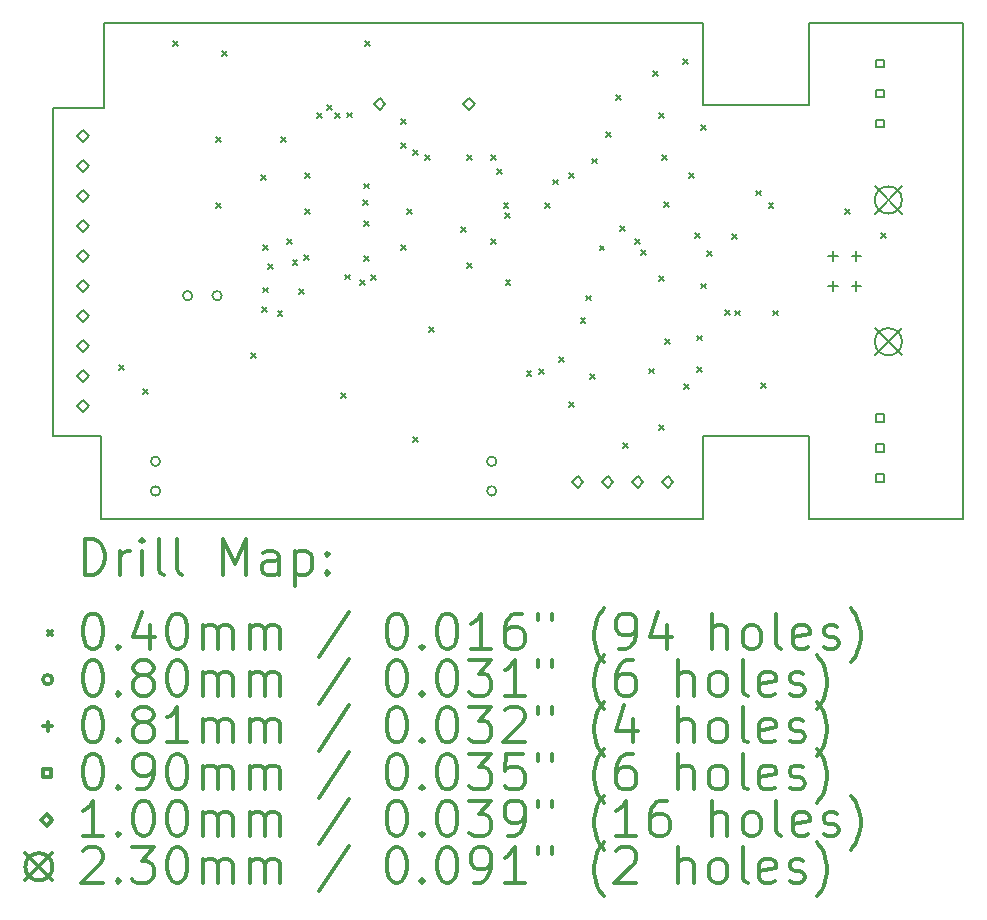
<source format=gbr>
%FSLAX45Y45*%
G04 Gerber Fmt 4.5, Leading zero omitted, Abs format (unit mm)*
G04 Created by KiCad (PCBNEW 4.0.7-e2-6376~58~ubuntu16.04.1) date Sat Oct 21 11:32:40 2017*
%MOMM*%
%LPD*%
G01*
G04 APERTURE LIST*
%ADD10C,0.127000*%
%ADD11C,0.150000*%
%ADD12C,0.200000*%
%ADD13C,0.300000*%
G04 APERTURE END LIST*
D10*
D11*
X17100000Y-8700000D02*
X17100000Y-8000000D01*
X16200000Y-8700000D02*
X17100000Y-8700000D01*
X16200000Y-8000000D02*
X16200000Y-8700000D01*
X17100000Y-11500000D02*
X17100000Y-12200000D01*
X16200000Y-11500000D02*
X17100000Y-11500000D01*
X16200000Y-12200000D02*
X16200000Y-11500000D01*
X11100000Y-11500000D02*
X11100000Y-12200000D01*
X10700000Y-11500000D02*
X11100000Y-11500000D01*
X11130000Y-8720000D02*
X10700000Y-8720000D01*
X11130000Y-8000000D02*
X11130000Y-8720000D01*
X17100000Y-8000000D02*
X18400000Y-8000000D01*
X16200000Y-12200000D02*
X11100000Y-12200000D01*
X10700000Y-11500000D02*
X10700000Y-8720000D01*
X18400000Y-12200000D02*
X17100000Y-12200000D01*
X18400000Y-8000000D02*
X18400000Y-12200000D01*
X11130000Y-8000000D02*
X16200000Y-8000000D01*
D12*
X11257600Y-10902000D02*
X11297600Y-10942000D01*
X11297600Y-10902000D02*
X11257600Y-10942000D01*
X11460800Y-11105200D02*
X11500800Y-11145200D01*
X11500800Y-11105200D02*
X11460800Y-11145200D01*
X11714800Y-8158800D02*
X11754800Y-8198800D01*
X11754800Y-8158800D02*
X11714800Y-8198800D01*
X12077100Y-8971600D02*
X12117100Y-9011600D01*
X12117100Y-8971600D02*
X12077100Y-9011600D01*
X12077100Y-9530400D02*
X12117100Y-9570400D01*
X12117100Y-9530400D02*
X12077100Y-9570400D01*
X12131290Y-8243845D02*
X12171290Y-8283845D01*
X12171290Y-8243845D02*
X12131290Y-8283845D01*
X12375200Y-10800400D02*
X12415200Y-10840400D01*
X12415200Y-10800400D02*
X12375200Y-10840400D01*
X12461541Y-9291659D02*
X12501541Y-9331659D01*
X12501541Y-9291659D02*
X12461541Y-9331659D01*
X12466526Y-10408550D02*
X12506526Y-10448550D01*
X12506526Y-10408550D02*
X12466526Y-10448550D01*
X12474567Y-10243833D02*
X12514567Y-10283833D01*
X12514567Y-10243833D02*
X12474567Y-10283833D01*
X12476800Y-9886000D02*
X12516800Y-9926000D01*
X12516800Y-9886000D02*
X12476800Y-9926000D01*
X12517386Y-10047883D02*
X12557386Y-10087883D01*
X12557386Y-10047883D02*
X12517386Y-10087883D01*
X12599019Y-10440851D02*
X12639019Y-10480851D01*
X12639019Y-10440851D02*
X12599019Y-10480851D01*
X12629200Y-8971600D02*
X12669200Y-9011600D01*
X12669200Y-8971600D02*
X12629200Y-9011600D01*
X12680000Y-9835200D02*
X12720000Y-9875200D01*
X12720000Y-9835200D02*
X12680000Y-9875200D01*
X12724974Y-10011652D02*
X12764974Y-10051652D01*
X12764974Y-10011652D02*
X12724974Y-10051652D01*
X12781600Y-10254005D02*
X12821600Y-10294005D01*
X12821600Y-10254005D02*
X12781600Y-10294005D01*
X12825882Y-9969701D02*
X12865882Y-10009701D01*
X12865882Y-9969701D02*
X12825882Y-10009701D01*
X12832400Y-9276400D02*
X12872400Y-9316400D01*
X12872400Y-9276400D02*
X12832400Y-9316400D01*
X12832400Y-9581200D02*
X12872400Y-9621200D01*
X12872400Y-9581200D02*
X12832400Y-9621200D01*
X12934000Y-8768400D02*
X12974000Y-8808400D01*
X12974000Y-8768400D02*
X12934000Y-8808400D01*
X13019225Y-8701225D02*
X13059225Y-8741225D01*
X13059225Y-8701225D02*
X13019225Y-8741225D01*
X13086400Y-8768400D02*
X13126400Y-8808400D01*
X13126400Y-8768400D02*
X13086400Y-8808400D01*
X13137200Y-11138600D02*
X13177200Y-11178600D01*
X13177200Y-11138600D02*
X13137200Y-11178600D01*
X13168742Y-10135159D02*
X13208742Y-10175159D01*
X13208742Y-10135159D02*
X13168742Y-10175159D01*
X13190540Y-8761288D02*
X13230540Y-8801288D01*
X13230540Y-8761288D02*
X13190540Y-8801288D01*
X13297650Y-10182750D02*
X13337650Y-10222750D01*
X13337650Y-10182750D02*
X13297650Y-10222750D01*
X13323920Y-9503110D02*
X13363920Y-9543110D01*
X13363920Y-9503110D02*
X13323920Y-9543110D01*
X13330000Y-9680000D02*
X13370000Y-9720000D01*
X13370000Y-9680000D02*
X13330000Y-9720000D01*
X13332493Y-9363594D02*
X13372493Y-9403594D01*
X13372493Y-9363594D02*
X13332493Y-9403594D01*
X13333451Y-9978286D02*
X13373451Y-10018286D01*
X13373451Y-9978286D02*
X13333451Y-10018286D01*
X13340400Y-8158800D02*
X13380400Y-8198800D01*
X13380400Y-8158800D02*
X13340400Y-8198800D01*
X13391200Y-10140000D02*
X13431200Y-10180000D01*
X13431200Y-10140000D02*
X13391200Y-10180000D01*
X13645200Y-8819200D02*
X13685200Y-8859200D01*
X13685200Y-8819200D02*
X13645200Y-8859200D01*
X13645200Y-9022400D02*
X13685200Y-9062400D01*
X13685200Y-9022400D02*
X13645200Y-9062400D01*
X13645200Y-9886100D02*
X13685200Y-9926100D01*
X13685200Y-9886100D02*
X13645200Y-9926100D01*
X13696000Y-9581100D02*
X13736000Y-9621100D01*
X13736000Y-9581100D02*
X13696000Y-9621100D01*
X13746800Y-9079900D02*
X13786800Y-9119900D01*
X13786800Y-9079900D02*
X13746800Y-9119900D01*
X13746800Y-11511600D02*
X13786800Y-11551600D01*
X13786800Y-11511600D02*
X13746800Y-11551600D01*
X13848400Y-9124000D02*
X13888400Y-9164000D01*
X13888400Y-9124000D02*
X13848400Y-9164000D01*
X13880000Y-10580000D02*
X13920000Y-10620000D01*
X13920000Y-10580000D02*
X13880000Y-10620000D01*
X14153200Y-9733600D02*
X14193200Y-9773600D01*
X14193200Y-9733600D02*
X14153200Y-9773600D01*
X14204000Y-9124000D02*
X14244000Y-9164000D01*
X14244000Y-9124000D02*
X14204000Y-9164000D01*
X14204000Y-10038400D02*
X14244000Y-10078400D01*
X14244000Y-10038400D02*
X14204000Y-10078400D01*
X14407200Y-9124000D02*
X14447200Y-9164000D01*
X14447200Y-9124000D02*
X14407200Y-9164000D01*
X14407200Y-9835200D02*
X14447200Y-9875200D01*
X14447200Y-9835200D02*
X14407200Y-9875200D01*
X14460532Y-9239210D02*
X14500532Y-9279210D01*
X14500532Y-9239210D02*
X14460532Y-9279210D01*
X14512708Y-9526492D02*
X14552708Y-9566492D01*
X14552708Y-9526492D02*
X14512708Y-9566492D01*
X14528152Y-9612648D02*
X14568152Y-9652648D01*
X14568152Y-9612648D02*
X14528152Y-9652648D01*
X14530000Y-10180000D02*
X14570000Y-10220000D01*
X14570000Y-10180000D02*
X14530000Y-10220000D01*
X14708278Y-10948700D02*
X14748278Y-10988700D01*
X14748278Y-10948700D02*
X14708278Y-10988700D01*
X14813904Y-10932449D02*
X14853904Y-10972449D01*
X14853904Y-10932449D02*
X14813904Y-10972449D01*
X14864400Y-9530400D02*
X14904400Y-9570400D01*
X14904400Y-9530400D02*
X14864400Y-9570400D01*
X14930000Y-9330000D02*
X14970000Y-9370000D01*
X14970000Y-9330000D02*
X14930000Y-9370000D01*
X14980000Y-10830000D02*
X15020000Y-10870000D01*
X15020000Y-10830000D02*
X14980000Y-10870000D01*
X15067600Y-9276400D02*
X15107600Y-9316400D01*
X15107600Y-9276400D02*
X15067600Y-9316400D01*
X15067600Y-11211000D02*
X15107600Y-11251000D01*
X15107600Y-11211000D02*
X15067600Y-11251000D01*
X15163493Y-10502835D02*
X15203493Y-10542835D01*
X15203493Y-10502835D02*
X15163493Y-10542835D01*
X15208486Y-10312837D02*
X15248486Y-10352837D01*
X15248486Y-10312837D02*
X15208486Y-10352837D01*
X15246024Y-10973823D02*
X15286024Y-11013823D01*
X15286024Y-10973823D02*
X15246024Y-11013823D01*
X15260077Y-9151011D02*
X15300077Y-9191011D01*
X15300077Y-9151011D02*
X15260077Y-9191011D01*
X15325084Y-9889580D02*
X15365084Y-9929580D01*
X15365084Y-9889580D02*
X15325084Y-9929580D01*
X15380000Y-8930000D02*
X15420000Y-8970000D01*
X15420000Y-8930000D02*
X15380000Y-8970000D01*
X15462500Y-8616000D02*
X15502500Y-8656000D01*
X15502500Y-8616000D02*
X15462500Y-8656000D01*
X15500724Y-9721232D02*
X15540724Y-9761232D01*
X15540724Y-9721232D02*
X15500724Y-9761232D01*
X15524800Y-11562400D02*
X15564800Y-11602400D01*
X15564800Y-11562400D02*
X15524800Y-11602400D01*
X15626400Y-9835200D02*
X15666400Y-9875200D01*
X15666400Y-9835200D02*
X15626400Y-9875200D01*
X15677200Y-9928625D02*
X15717200Y-9968625D01*
X15717200Y-9928625D02*
X15677200Y-9968625D01*
X15746338Y-10928926D02*
X15786338Y-10968926D01*
X15786338Y-10928926D02*
X15746338Y-10968926D01*
X15778800Y-8412800D02*
X15818800Y-8452800D01*
X15818800Y-8412800D02*
X15778800Y-8452800D01*
X15829600Y-8768400D02*
X15869600Y-8808400D01*
X15869600Y-8768400D02*
X15829600Y-8808400D01*
X15829600Y-10146700D02*
X15869600Y-10186700D01*
X15869600Y-10146700D02*
X15829600Y-10186700D01*
X15829600Y-11410000D02*
X15869600Y-11450000D01*
X15869600Y-11410000D02*
X15829600Y-11450000D01*
X15856000Y-9124000D02*
X15896000Y-9164000D01*
X15896000Y-9124000D02*
X15856000Y-9164000D01*
X15868677Y-9518677D02*
X15908677Y-9558677D01*
X15908677Y-9518677D02*
X15868677Y-9558677D01*
X15880000Y-10680000D02*
X15920000Y-10720000D01*
X15920000Y-10680000D02*
X15880000Y-10720000D01*
X16032800Y-8311200D02*
X16072800Y-8351200D01*
X16072800Y-8311200D02*
X16032800Y-8351200D01*
X16038809Y-11060409D02*
X16078809Y-11100409D01*
X16078809Y-11060409D02*
X16038809Y-11100409D01*
X16083600Y-9276400D02*
X16123600Y-9316400D01*
X16123600Y-9276400D02*
X16083600Y-9316400D01*
X16134400Y-9784400D02*
X16174400Y-9824400D01*
X16174400Y-9784400D02*
X16134400Y-9824400D01*
X16148781Y-10916150D02*
X16188781Y-10956150D01*
X16188781Y-10916150D02*
X16148781Y-10956150D01*
X16150559Y-10650146D02*
X16190559Y-10690146D01*
X16190559Y-10650146D02*
X16150559Y-10690146D01*
X16185200Y-8870000D02*
X16225200Y-8910000D01*
X16225200Y-8870000D02*
X16185200Y-8910000D01*
X16185200Y-10211081D02*
X16225200Y-10251081D01*
X16225200Y-10211081D02*
X16185200Y-10251081D01*
X16236000Y-9936800D02*
X16276000Y-9976800D01*
X16276000Y-9936800D02*
X16236000Y-9976800D01*
X16388264Y-10434787D02*
X16428264Y-10474787D01*
X16428264Y-10434787D02*
X16388264Y-10474787D01*
X16449305Y-9792837D02*
X16489305Y-9832837D01*
X16489305Y-9792837D02*
X16449305Y-9832837D01*
X16471875Y-10438100D02*
X16511875Y-10478100D01*
X16511875Y-10438100D02*
X16471875Y-10478100D01*
X16652882Y-9423337D02*
X16692882Y-9463337D01*
X16692882Y-9423337D02*
X16652882Y-9463337D01*
X16693200Y-11054400D02*
X16733200Y-11094400D01*
X16733200Y-11054400D02*
X16693200Y-11094400D01*
X16755844Y-9526300D02*
X16795845Y-9566300D01*
X16795845Y-9526300D02*
X16755844Y-9566300D01*
X16794800Y-10438100D02*
X16834800Y-10478100D01*
X16834800Y-10438100D02*
X16794800Y-10478100D01*
X17404400Y-9581200D02*
X17444400Y-9621200D01*
X17444400Y-9581200D02*
X17404400Y-9621200D01*
X17709200Y-9784400D02*
X17749200Y-9824400D01*
X17749200Y-9784400D02*
X17709200Y-9824400D01*
X11604800Y-11715200D02*
G75*
G03X11604800Y-11715200I-40000J0D01*
G01*
X11604800Y-11965200D02*
G75*
G03X11604800Y-11965200I-40000J0D01*
G01*
X11876400Y-10312400D02*
G75*
G03X11876400Y-10312400I-40000J0D01*
G01*
X12126400Y-10312400D02*
G75*
G03X12126400Y-10312400I-40000J0D01*
G01*
X14451200Y-11715200D02*
G75*
G03X14451200Y-11715200I-40000J0D01*
G01*
X14451200Y-11965200D02*
G75*
G03X14451200Y-11965200I-40000J0D01*
G01*
X17300000Y-9934500D02*
X17300000Y-10015500D01*
X17259500Y-9975000D02*
X17340500Y-9975000D01*
X17300000Y-10188500D02*
X17300000Y-10269500D01*
X17259500Y-10229000D02*
X17340500Y-10229000D01*
X17500000Y-9934500D02*
X17500000Y-10015500D01*
X17459500Y-9975000D02*
X17540500Y-9975000D01*
X17500000Y-10188500D02*
X17500000Y-10269500D01*
X17459500Y-10229000D02*
X17540500Y-10229000D01*
X17731820Y-8377820D02*
X17731820Y-8314180D01*
X17668180Y-8314180D01*
X17668180Y-8377820D01*
X17731820Y-8377820D01*
X17731820Y-8631820D02*
X17731820Y-8568180D01*
X17668180Y-8568180D01*
X17668180Y-8631820D01*
X17731820Y-8631820D01*
X17731820Y-8885820D02*
X17731820Y-8822180D01*
X17668180Y-8822180D01*
X17668180Y-8885820D01*
X17731820Y-8885820D01*
X17731820Y-11377820D02*
X17731820Y-11314180D01*
X17668180Y-11314180D01*
X17668180Y-11377820D01*
X17731820Y-11377820D01*
X17731820Y-11631820D02*
X17731820Y-11568180D01*
X17668180Y-11568180D01*
X17668180Y-11631820D01*
X17731820Y-11631820D01*
X17731820Y-11885820D02*
X17731820Y-11822180D01*
X17668180Y-11822180D01*
X17668180Y-11885820D01*
X17731820Y-11885820D01*
X10950000Y-9010000D02*
X11000000Y-8960000D01*
X10950000Y-8910000D01*
X10900000Y-8960000D01*
X10950000Y-9010000D01*
X10950000Y-9264000D02*
X11000000Y-9214000D01*
X10950000Y-9164000D01*
X10900000Y-9214000D01*
X10950000Y-9264000D01*
X10950000Y-9518000D02*
X11000000Y-9468000D01*
X10950000Y-9418000D01*
X10900000Y-9468000D01*
X10950000Y-9518000D01*
X10950000Y-9772000D02*
X11000000Y-9722000D01*
X10950000Y-9672000D01*
X10900000Y-9722000D01*
X10950000Y-9772000D01*
X10950000Y-10026000D02*
X11000000Y-9976000D01*
X10950000Y-9926000D01*
X10900000Y-9976000D01*
X10950000Y-10026000D01*
X10950000Y-10280000D02*
X11000000Y-10230000D01*
X10950000Y-10180000D01*
X10900000Y-10230000D01*
X10950000Y-10280000D01*
X10950000Y-10534000D02*
X11000000Y-10484000D01*
X10950000Y-10434000D01*
X10900000Y-10484000D01*
X10950000Y-10534000D01*
X10950000Y-10788000D02*
X11000000Y-10738000D01*
X10950000Y-10688000D01*
X10900000Y-10738000D01*
X10950000Y-10788000D01*
X10950000Y-11042000D02*
X11000000Y-10992000D01*
X10950000Y-10942000D01*
X10900000Y-10992000D01*
X10950000Y-11042000D01*
X10950000Y-11296000D02*
X11000000Y-11246000D01*
X10950000Y-11196000D01*
X10900000Y-11246000D01*
X10950000Y-11296000D01*
X13462000Y-8736800D02*
X13512000Y-8686800D01*
X13462000Y-8636800D01*
X13412000Y-8686800D01*
X13462000Y-8736800D01*
X14222000Y-8736800D02*
X14272000Y-8686800D01*
X14222000Y-8636800D01*
X14172000Y-8686800D01*
X14222000Y-8736800D01*
X15138400Y-11937200D02*
X15188400Y-11887200D01*
X15138400Y-11837200D01*
X15088400Y-11887200D01*
X15138400Y-11937200D01*
X15392400Y-11937200D02*
X15442400Y-11887200D01*
X15392400Y-11837200D01*
X15342400Y-11887200D01*
X15392400Y-11937200D01*
X15646400Y-11937200D02*
X15696400Y-11887200D01*
X15646400Y-11837200D01*
X15596400Y-11887200D01*
X15646400Y-11937200D01*
X15900400Y-11937200D02*
X15950400Y-11887200D01*
X15900400Y-11837200D01*
X15850400Y-11887200D01*
X15900400Y-11937200D01*
X17655000Y-9387000D02*
X17885000Y-9617000D01*
X17885000Y-9387000D02*
X17655000Y-9617000D01*
X17885000Y-9502000D02*
G75*
G03X17885000Y-9502000I-115000J0D01*
G01*
X17655000Y-10587000D02*
X17885000Y-10817000D01*
X17885000Y-10587000D02*
X17655000Y-10817000D01*
X17885000Y-10702000D02*
G75*
G03X17885000Y-10702000I-115000J0D01*
G01*
D13*
X10963929Y-12673214D02*
X10963929Y-12373214D01*
X11035357Y-12373214D01*
X11078214Y-12387500D01*
X11106786Y-12416071D01*
X11121071Y-12444643D01*
X11135357Y-12501786D01*
X11135357Y-12544643D01*
X11121071Y-12601786D01*
X11106786Y-12630357D01*
X11078214Y-12658929D01*
X11035357Y-12673214D01*
X10963929Y-12673214D01*
X11263928Y-12673214D02*
X11263928Y-12473214D01*
X11263928Y-12530357D02*
X11278214Y-12501786D01*
X11292500Y-12487500D01*
X11321071Y-12473214D01*
X11349643Y-12473214D01*
X11449643Y-12673214D02*
X11449643Y-12473214D01*
X11449643Y-12373214D02*
X11435357Y-12387500D01*
X11449643Y-12401786D01*
X11463928Y-12387500D01*
X11449643Y-12373214D01*
X11449643Y-12401786D01*
X11635357Y-12673214D02*
X11606786Y-12658929D01*
X11592500Y-12630357D01*
X11592500Y-12373214D01*
X11792500Y-12673214D02*
X11763928Y-12658929D01*
X11749643Y-12630357D01*
X11749643Y-12373214D01*
X12135357Y-12673214D02*
X12135357Y-12373214D01*
X12235357Y-12587500D01*
X12335357Y-12373214D01*
X12335357Y-12673214D01*
X12606786Y-12673214D02*
X12606786Y-12516071D01*
X12592500Y-12487500D01*
X12563928Y-12473214D01*
X12506786Y-12473214D01*
X12478214Y-12487500D01*
X12606786Y-12658929D02*
X12578214Y-12673214D01*
X12506786Y-12673214D01*
X12478214Y-12658929D01*
X12463928Y-12630357D01*
X12463928Y-12601786D01*
X12478214Y-12573214D01*
X12506786Y-12558929D01*
X12578214Y-12558929D01*
X12606786Y-12544643D01*
X12749643Y-12473214D02*
X12749643Y-12773214D01*
X12749643Y-12487500D02*
X12778214Y-12473214D01*
X12835357Y-12473214D01*
X12863928Y-12487500D01*
X12878214Y-12501786D01*
X12892500Y-12530357D01*
X12892500Y-12616071D01*
X12878214Y-12644643D01*
X12863928Y-12658929D01*
X12835357Y-12673214D01*
X12778214Y-12673214D01*
X12749643Y-12658929D01*
X13021071Y-12644643D02*
X13035357Y-12658929D01*
X13021071Y-12673214D01*
X13006786Y-12658929D01*
X13021071Y-12644643D01*
X13021071Y-12673214D01*
X13021071Y-12487500D02*
X13035357Y-12501786D01*
X13021071Y-12516071D01*
X13006786Y-12501786D01*
X13021071Y-12487500D01*
X13021071Y-12516071D01*
X10652500Y-13147500D02*
X10692500Y-13187500D01*
X10692500Y-13147500D02*
X10652500Y-13187500D01*
X11021071Y-13003214D02*
X11049643Y-13003214D01*
X11078214Y-13017500D01*
X11092500Y-13031786D01*
X11106786Y-13060357D01*
X11121071Y-13117500D01*
X11121071Y-13188929D01*
X11106786Y-13246071D01*
X11092500Y-13274643D01*
X11078214Y-13288929D01*
X11049643Y-13303214D01*
X11021071Y-13303214D01*
X10992500Y-13288929D01*
X10978214Y-13274643D01*
X10963929Y-13246071D01*
X10949643Y-13188929D01*
X10949643Y-13117500D01*
X10963929Y-13060357D01*
X10978214Y-13031786D01*
X10992500Y-13017500D01*
X11021071Y-13003214D01*
X11249643Y-13274643D02*
X11263928Y-13288929D01*
X11249643Y-13303214D01*
X11235357Y-13288929D01*
X11249643Y-13274643D01*
X11249643Y-13303214D01*
X11521071Y-13103214D02*
X11521071Y-13303214D01*
X11449643Y-12988929D02*
X11378214Y-13203214D01*
X11563928Y-13203214D01*
X11735357Y-13003214D02*
X11763928Y-13003214D01*
X11792500Y-13017500D01*
X11806786Y-13031786D01*
X11821071Y-13060357D01*
X11835357Y-13117500D01*
X11835357Y-13188929D01*
X11821071Y-13246071D01*
X11806786Y-13274643D01*
X11792500Y-13288929D01*
X11763928Y-13303214D01*
X11735357Y-13303214D01*
X11706786Y-13288929D01*
X11692500Y-13274643D01*
X11678214Y-13246071D01*
X11663928Y-13188929D01*
X11663928Y-13117500D01*
X11678214Y-13060357D01*
X11692500Y-13031786D01*
X11706786Y-13017500D01*
X11735357Y-13003214D01*
X11963928Y-13303214D02*
X11963928Y-13103214D01*
X11963928Y-13131786D02*
X11978214Y-13117500D01*
X12006786Y-13103214D01*
X12049643Y-13103214D01*
X12078214Y-13117500D01*
X12092500Y-13146071D01*
X12092500Y-13303214D01*
X12092500Y-13146071D02*
X12106786Y-13117500D01*
X12135357Y-13103214D01*
X12178214Y-13103214D01*
X12206786Y-13117500D01*
X12221071Y-13146071D01*
X12221071Y-13303214D01*
X12363928Y-13303214D02*
X12363928Y-13103214D01*
X12363928Y-13131786D02*
X12378214Y-13117500D01*
X12406786Y-13103214D01*
X12449643Y-13103214D01*
X12478214Y-13117500D01*
X12492500Y-13146071D01*
X12492500Y-13303214D01*
X12492500Y-13146071D02*
X12506786Y-13117500D01*
X12535357Y-13103214D01*
X12578214Y-13103214D01*
X12606786Y-13117500D01*
X12621071Y-13146071D01*
X12621071Y-13303214D01*
X13206786Y-12988929D02*
X12949643Y-13374643D01*
X13592500Y-13003214D02*
X13621071Y-13003214D01*
X13649643Y-13017500D01*
X13663928Y-13031786D01*
X13678214Y-13060357D01*
X13692500Y-13117500D01*
X13692500Y-13188929D01*
X13678214Y-13246071D01*
X13663928Y-13274643D01*
X13649643Y-13288929D01*
X13621071Y-13303214D01*
X13592500Y-13303214D01*
X13563928Y-13288929D01*
X13549643Y-13274643D01*
X13535357Y-13246071D01*
X13521071Y-13188929D01*
X13521071Y-13117500D01*
X13535357Y-13060357D01*
X13549643Y-13031786D01*
X13563928Y-13017500D01*
X13592500Y-13003214D01*
X13821071Y-13274643D02*
X13835357Y-13288929D01*
X13821071Y-13303214D01*
X13806786Y-13288929D01*
X13821071Y-13274643D01*
X13821071Y-13303214D01*
X14021071Y-13003214D02*
X14049643Y-13003214D01*
X14078214Y-13017500D01*
X14092500Y-13031786D01*
X14106785Y-13060357D01*
X14121071Y-13117500D01*
X14121071Y-13188929D01*
X14106785Y-13246071D01*
X14092500Y-13274643D01*
X14078214Y-13288929D01*
X14049643Y-13303214D01*
X14021071Y-13303214D01*
X13992500Y-13288929D01*
X13978214Y-13274643D01*
X13963928Y-13246071D01*
X13949643Y-13188929D01*
X13949643Y-13117500D01*
X13963928Y-13060357D01*
X13978214Y-13031786D01*
X13992500Y-13017500D01*
X14021071Y-13003214D01*
X14406785Y-13303214D02*
X14235357Y-13303214D01*
X14321071Y-13303214D02*
X14321071Y-13003214D01*
X14292500Y-13046071D01*
X14263928Y-13074643D01*
X14235357Y-13088929D01*
X14663928Y-13003214D02*
X14606785Y-13003214D01*
X14578214Y-13017500D01*
X14563928Y-13031786D01*
X14535357Y-13074643D01*
X14521071Y-13131786D01*
X14521071Y-13246071D01*
X14535357Y-13274643D01*
X14549643Y-13288929D01*
X14578214Y-13303214D01*
X14635357Y-13303214D01*
X14663928Y-13288929D01*
X14678214Y-13274643D01*
X14692500Y-13246071D01*
X14692500Y-13174643D01*
X14678214Y-13146071D01*
X14663928Y-13131786D01*
X14635357Y-13117500D01*
X14578214Y-13117500D01*
X14549643Y-13131786D01*
X14535357Y-13146071D01*
X14521071Y-13174643D01*
X14806786Y-13003214D02*
X14806786Y-13060357D01*
X14921071Y-13003214D02*
X14921071Y-13060357D01*
X15363928Y-13417500D02*
X15349643Y-13403214D01*
X15321071Y-13360357D01*
X15306785Y-13331786D01*
X15292500Y-13288929D01*
X15278214Y-13217500D01*
X15278214Y-13160357D01*
X15292500Y-13088929D01*
X15306785Y-13046071D01*
X15321071Y-13017500D01*
X15349643Y-12974643D01*
X15363928Y-12960357D01*
X15492500Y-13303214D02*
X15549643Y-13303214D01*
X15578214Y-13288929D01*
X15592500Y-13274643D01*
X15621071Y-13231786D01*
X15635357Y-13174643D01*
X15635357Y-13060357D01*
X15621071Y-13031786D01*
X15606785Y-13017500D01*
X15578214Y-13003214D01*
X15521071Y-13003214D01*
X15492500Y-13017500D01*
X15478214Y-13031786D01*
X15463928Y-13060357D01*
X15463928Y-13131786D01*
X15478214Y-13160357D01*
X15492500Y-13174643D01*
X15521071Y-13188929D01*
X15578214Y-13188929D01*
X15606785Y-13174643D01*
X15621071Y-13160357D01*
X15635357Y-13131786D01*
X15892500Y-13103214D02*
X15892500Y-13303214D01*
X15821071Y-12988929D02*
X15749643Y-13203214D01*
X15935357Y-13203214D01*
X16278214Y-13303214D02*
X16278214Y-13003214D01*
X16406785Y-13303214D02*
X16406785Y-13146071D01*
X16392500Y-13117500D01*
X16363928Y-13103214D01*
X16321071Y-13103214D01*
X16292500Y-13117500D01*
X16278214Y-13131786D01*
X16592500Y-13303214D02*
X16563928Y-13288929D01*
X16549643Y-13274643D01*
X16535357Y-13246071D01*
X16535357Y-13160357D01*
X16549643Y-13131786D01*
X16563928Y-13117500D01*
X16592500Y-13103214D01*
X16635357Y-13103214D01*
X16663928Y-13117500D01*
X16678214Y-13131786D01*
X16692500Y-13160357D01*
X16692500Y-13246071D01*
X16678214Y-13274643D01*
X16663928Y-13288929D01*
X16635357Y-13303214D01*
X16592500Y-13303214D01*
X16863928Y-13303214D02*
X16835357Y-13288929D01*
X16821071Y-13260357D01*
X16821071Y-13003214D01*
X17092500Y-13288929D02*
X17063929Y-13303214D01*
X17006786Y-13303214D01*
X16978214Y-13288929D01*
X16963929Y-13260357D01*
X16963929Y-13146071D01*
X16978214Y-13117500D01*
X17006786Y-13103214D01*
X17063929Y-13103214D01*
X17092500Y-13117500D01*
X17106786Y-13146071D01*
X17106786Y-13174643D01*
X16963929Y-13203214D01*
X17221071Y-13288929D02*
X17249643Y-13303214D01*
X17306786Y-13303214D01*
X17335357Y-13288929D01*
X17349643Y-13260357D01*
X17349643Y-13246071D01*
X17335357Y-13217500D01*
X17306786Y-13203214D01*
X17263929Y-13203214D01*
X17235357Y-13188929D01*
X17221071Y-13160357D01*
X17221071Y-13146071D01*
X17235357Y-13117500D01*
X17263929Y-13103214D01*
X17306786Y-13103214D01*
X17335357Y-13117500D01*
X17449643Y-13417500D02*
X17463929Y-13403214D01*
X17492500Y-13360357D01*
X17506786Y-13331786D01*
X17521071Y-13288929D01*
X17535357Y-13217500D01*
X17535357Y-13160357D01*
X17521071Y-13088929D01*
X17506786Y-13046071D01*
X17492500Y-13017500D01*
X17463929Y-12974643D01*
X17449643Y-12960357D01*
X10692500Y-13563500D02*
G75*
G03X10692500Y-13563500I-40000J0D01*
G01*
X11021071Y-13399214D02*
X11049643Y-13399214D01*
X11078214Y-13413500D01*
X11092500Y-13427786D01*
X11106786Y-13456357D01*
X11121071Y-13513500D01*
X11121071Y-13584929D01*
X11106786Y-13642071D01*
X11092500Y-13670643D01*
X11078214Y-13684929D01*
X11049643Y-13699214D01*
X11021071Y-13699214D01*
X10992500Y-13684929D01*
X10978214Y-13670643D01*
X10963929Y-13642071D01*
X10949643Y-13584929D01*
X10949643Y-13513500D01*
X10963929Y-13456357D01*
X10978214Y-13427786D01*
X10992500Y-13413500D01*
X11021071Y-13399214D01*
X11249643Y-13670643D02*
X11263928Y-13684929D01*
X11249643Y-13699214D01*
X11235357Y-13684929D01*
X11249643Y-13670643D01*
X11249643Y-13699214D01*
X11435357Y-13527786D02*
X11406786Y-13513500D01*
X11392500Y-13499214D01*
X11378214Y-13470643D01*
X11378214Y-13456357D01*
X11392500Y-13427786D01*
X11406786Y-13413500D01*
X11435357Y-13399214D01*
X11492500Y-13399214D01*
X11521071Y-13413500D01*
X11535357Y-13427786D01*
X11549643Y-13456357D01*
X11549643Y-13470643D01*
X11535357Y-13499214D01*
X11521071Y-13513500D01*
X11492500Y-13527786D01*
X11435357Y-13527786D01*
X11406786Y-13542071D01*
X11392500Y-13556357D01*
X11378214Y-13584929D01*
X11378214Y-13642071D01*
X11392500Y-13670643D01*
X11406786Y-13684929D01*
X11435357Y-13699214D01*
X11492500Y-13699214D01*
X11521071Y-13684929D01*
X11535357Y-13670643D01*
X11549643Y-13642071D01*
X11549643Y-13584929D01*
X11535357Y-13556357D01*
X11521071Y-13542071D01*
X11492500Y-13527786D01*
X11735357Y-13399214D02*
X11763928Y-13399214D01*
X11792500Y-13413500D01*
X11806786Y-13427786D01*
X11821071Y-13456357D01*
X11835357Y-13513500D01*
X11835357Y-13584929D01*
X11821071Y-13642071D01*
X11806786Y-13670643D01*
X11792500Y-13684929D01*
X11763928Y-13699214D01*
X11735357Y-13699214D01*
X11706786Y-13684929D01*
X11692500Y-13670643D01*
X11678214Y-13642071D01*
X11663928Y-13584929D01*
X11663928Y-13513500D01*
X11678214Y-13456357D01*
X11692500Y-13427786D01*
X11706786Y-13413500D01*
X11735357Y-13399214D01*
X11963928Y-13699214D02*
X11963928Y-13499214D01*
X11963928Y-13527786D02*
X11978214Y-13513500D01*
X12006786Y-13499214D01*
X12049643Y-13499214D01*
X12078214Y-13513500D01*
X12092500Y-13542071D01*
X12092500Y-13699214D01*
X12092500Y-13542071D02*
X12106786Y-13513500D01*
X12135357Y-13499214D01*
X12178214Y-13499214D01*
X12206786Y-13513500D01*
X12221071Y-13542071D01*
X12221071Y-13699214D01*
X12363928Y-13699214D02*
X12363928Y-13499214D01*
X12363928Y-13527786D02*
X12378214Y-13513500D01*
X12406786Y-13499214D01*
X12449643Y-13499214D01*
X12478214Y-13513500D01*
X12492500Y-13542071D01*
X12492500Y-13699214D01*
X12492500Y-13542071D02*
X12506786Y-13513500D01*
X12535357Y-13499214D01*
X12578214Y-13499214D01*
X12606786Y-13513500D01*
X12621071Y-13542071D01*
X12621071Y-13699214D01*
X13206786Y-13384929D02*
X12949643Y-13770643D01*
X13592500Y-13399214D02*
X13621071Y-13399214D01*
X13649643Y-13413500D01*
X13663928Y-13427786D01*
X13678214Y-13456357D01*
X13692500Y-13513500D01*
X13692500Y-13584929D01*
X13678214Y-13642071D01*
X13663928Y-13670643D01*
X13649643Y-13684929D01*
X13621071Y-13699214D01*
X13592500Y-13699214D01*
X13563928Y-13684929D01*
X13549643Y-13670643D01*
X13535357Y-13642071D01*
X13521071Y-13584929D01*
X13521071Y-13513500D01*
X13535357Y-13456357D01*
X13549643Y-13427786D01*
X13563928Y-13413500D01*
X13592500Y-13399214D01*
X13821071Y-13670643D02*
X13835357Y-13684929D01*
X13821071Y-13699214D01*
X13806786Y-13684929D01*
X13821071Y-13670643D01*
X13821071Y-13699214D01*
X14021071Y-13399214D02*
X14049643Y-13399214D01*
X14078214Y-13413500D01*
X14092500Y-13427786D01*
X14106785Y-13456357D01*
X14121071Y-13513500D01*
X14121071Y-13584929D01*
X14106785Y-13642071D01*
X14092500Y-13670643D01*
X14078214Y-13684929D01*
X14049643Y-13699214D01*
X14021071Y-13699214D01*
X13992500Y-13684929D01*
X13978214Y-13670643D01*
X13963928Y-13642071D01*
X13949643Y-13584929D01*
X13949643Y-13513500D01*
X13963928Y-13456357D01*
X13978214Y-13427786D01*
X13992500Y-13413500D01*
X14021071Y-13399214D01*
X14221071Y-13399214D02*
X14406785Y-13399214D01*
X14306785Y-13513500D01*
X14349643Y-13513500D01*
X14378214Y-13527786D01*
X14392500Y-13542071D01*
X14406785Y-13570643D01*
X14406785Y-13642071D01*
X14392500Y-13670643D01*
X14378214Y-13684929D01*
X14349643Y-13699214D01*
X14263928Y-13699214D01*
X14235357Y-13684929D01*
X14221071Y-13670643D01*
X14692500Y-13699214D02*
X14521071Y-13699214D01*
X14606785Y-13699214D02*
X14606785Y-13399214D01*
X14578214Y-13442071D01*
X14549643Y-13470643D01*
X14521071Y-13484929D01*
X14806786Y-13399214D02*
X14806786Y-13456357D01*
X14921071Y-13399214D02*
X14921071Y-13456357D01*
X15363928Y-13813500D02*
X15349643Y-13799214D01*
X15321071Y-13756357D01*
X15306785Y-13727786D01*
X15292500Y-13684929D01*
X15278214Y-13613500D01*
X15278214Y-13556357D01*
X15292500Y-13484929D01*
X15306785Y-13442071D01*
X15321071Y-13413500D01*
X15349643Y-13370643D01*
X15363928Y-13356357D01*
X15606785Y-13399214D02*
X15549643Y-13399214D01*
X15521071Y-13413500D01*
X15506785Y-13427786D01*
X15478214Y-13470643D01*
X15463928Y-13527786D01*
X15463928Y-13642071D01*
X15478214Y-13670643D01*
X15492500Y-13684929D01*
X15521071Y-13699214D01*
X15578214Y-13699214D01*
X15606785Y-13684929D01*
X15621071Y-13670643D01*
X15635357Y-13642071D01*
X15635357Y-13570643D01*
X15621071Y-13542071D01*
X15606785Y-13527786D01*
X15578214Y-13513500D01*
X15521071Y-13513500D01*
X15492500Y-13527786D01*
X15478214Y-13542071D01*
X15463928Y-13570643D01*
X15992500Y-13699214D02*
X15992500Y-13399214D01*
X16121071Y-13699214D02*
X16121071Y-13542071D01*
X16106785Y-13513500D01*
X16078214Y-13499214D01*
X16035357Y-13499214D01*
X16006785Y-13513500D01*
X15992500Y-13527786D01*
X16306785Y-13699214D02*
X16278214Y-13684929D01*
X16263928Y-13670643D01*
X16249643Y-13642071D01*
X16249643Y-13556357D01*
X16263928Y-13527786D01*
X16278214Y-13513500D01*
X16306785Y-13499214D01*
X16349643Y-13499214D01*
X16378214Y-13513500D01*
X16392500Y-13527786D01*
X16406785Y-13556357D01*
X16406785Y-13642071D01*
X16392500Y-13670643D01*
X16378214Y-13684929D01*
X16349643Y-13699214D01*
X16306785Y-13699214D01*
X16578214Y-13699214D02*
X16549643Y-13684929D01*
X16535357Y-13656357D01*
X16535357Y-13399214D01*
X16806786Y-13684929D02*
X16778214Y-13699214D01*
X16721071Y-13699214D01*
X16692500Y-13684929D01*
X16678214Y-13656357D01*
X16678214Y-13542071D01*
X16692500Y-13513500D01*
X16721071Y-13499214D01*
X16778214Y-13499214D01*
X16806786Y-13513500D01*
X16821071Y-13542071D01*
X16821071Y-13570643D01*
X16678214Y-13599214D01*
X16935357Y-13684929D02*
X16963929Y-13699214D01*
X17021071Y-13699214D01*
X17049643Y-13684929D01*
X17063929Y-13656357D01*
X17063929Y-13642071D01*
X17049643Y-13613500D01*
X17021071Y-13599214D01*
X16978214Y-13599214D01*
X16949643Y-13584929D01*
X16935357Y-13556357D01*
X16935357Y-13542071D01*
X16949643Y-13513500D01*
X16978214Y-13499214D01*
X17021071Y-13499214D01*
X17049643Y-13513500D01*
X17163928Y-13813500D02*
X17178214Y-13799214D01*
X17206786Y-13756357D01*
X17221071Y-13727786D01*
X17235357Y-13684929D01*
X17249643Y-13613500D01*
X17249643Y-13556357D01*
X17235357Y-13484929D01*
X17221071Y-13442071D01*
X17206786Y-13413500D01*
X17178214Y-13370643D01*
X17163928Y-13356357D01*
X10652000Y-13919000D02*
X10652000Y-14000000D01*
X10611500Y-13959500D02*
X10692500Y-13959500D01*
X11021071Y-13795214D02*
X11049643Y-13795214D01*
X11078214Y-13809500D01*
X11092500Y-13823786D01*
X11106786Y-13852357D01*
X11121071Y-13909500D01*
X11121071Y-13980929D01*
X11106786Y-14038071D01*
X11092500Y-14066643D01*
X11078214Y-14080929D01*
X11049643Y-14095214D01*
X11021071Y-14095214D01*
X10992500Y-14080929D01*
X10978214Y-14066643D01*
X10963929Y-14038071D01*
X10949643Y-13980929D01*
X10949643Y-13909500D01*
X10963929Y-13852357D01*
X10978214Y-13823786D01*
X10992500Y-13809500D01*
X11021071Y-13795214D01*
X11249643Y-14066643D02*
X11263928Y-14080929D01*
X11249643Y-14095214D01*
X11235357Y-14080929D01*
X11249643Y-14066643D01*
X11249643Y-14095214D01*
X11435357Y-13923786D02*
X11406786Y-13909500D01*
X11392500Y-13895214D01*
X11378214Y-13866643D01*
X11378214Y-13852357D01*
X11392500Y-13823786D01*
X11406786Y-13809500D01*
X11435357Y-13795214D01*
X11492500Y-13795214D01*
X11521071Y-13809500D01*
X11535357Y-13823786D01*
X11549643Y-13852357D01*
X11549643Y-13866643D01*
X11535357Y-13895214D01*
X11521071Y-13909500D01*
X11492500Y-13923786D01*
X11435357Y-13923786D01*
X11406786Y-13938071D01*
X11392500Y-13952357D01*
X11378214Y-13980929D01*
X11378214Y-14038071D01*
X11392500Y-14066643D01*
X11406786Y-14080929D01*
X11435357Y-14095214D01*
X11492500Y-14095214D01*
X11521071Y-14080929D01*
X11535357Y-14066643D01*
X11549643Y-14038071D01*
X11549643Y-13980929D01*
X11535357Y-13952357D01*
X11521071Y-13938071D01*
X11492500Y-13923786D01*
X11835357Y-14095214D02*
X11663928Y-14095214D01*
X11749643Y-14095214D02*
X11749643Y-13795214D01*
X11721071Y-13838071D01*
X11692500Y-13866643D01*
X11663928Y-13880929D01*
X11963928Y-14095214D02*
X11963928Y-13895214D01*
X11963928Y-13923786D02*
X11978214Y-13909500D01*
X12006786Y-13895214D01*
X12049643Y-13895214D01*
X12078214Y-13909500D01*
X12092500Y-13938071D01*
X12092500Y-14095214D01*
X12092500Y-13938071D02*
X12106786Y-13909500D01*
X12135357Y-13895214D01*
X12178214Y-13895214D01*
X12206786Y-13909500D01*
X12221071Y-13938071D01*
X12221071Y-14095214D01*
X12363928Y-14095214D02*
X12363928Y-13895214D01*
X12363928Y-13923786D02*
X12378214Y-13909500D01*
X12406786Y-13895214D01*
X12449643Y-13895214D01*
X12478214Y-13909500D01*
X12492500Y-13938071D01*
X12492500Y-14095214D01*
X12492500Y-13938071D02*
X12506786Y-13909500D01*
X12535357Y-13895214D01*
X12578214Y-13895214D01*
X12606786Y-13909500D01*
X12621071Y-13938071D01*
X12621071Y-14095214D01*
X13206786Y-13780929D02*
X12949643Y-14166643D01*
X13592500Y-13795214D02*
X13621071Y-13795214D01*
X13649643Y-13809500D01*
X13663928Y-13823786D01*
X13678214Y-13852357D01*
X13692500Y-13909500D01*
X13692500Y-13980929D01*
X13678214Y-14038071D01*
X13663928Y-14066643D01*
X13649643Y-14080929D01*
X13621071Y-14095214D01*
X13592500Y-14095214D01*
X13563928Y-14080929D01*
X13549643Y-14066643D01*
X13535357Y-14038071D01*
X13521071Y-13980929D01*
X13521071Y-13909500D01*
X13535357Y-13852357D01*
X13549643Y-13823786D01*
X13563928Y-13809500D01*
X13592500Y-13795214D01*
X13821071Y-14066643D02*
X13835357Y-14080929D01*
X13821071Y-14095214D01*
X13806786Y-14080929D01*
X13821071Y-14066643D01*
X13821071Y-14095214D01*
X14021071Y-13795214D02*
X14049643Y-13795214D01*
X14078214Y-13809500D01*
X14092500Y-13823786D01*
X14106785Y-13852357D01*
X14121071Y-13909500D01*
X14121071Y-13980929D01*
X14106785Y-14038071D01*
X14092500Y-14066643D01*
X14078214Y-14080929D01*
X14049643Y-14095214D01*
X14021071Y-14095214D01*
X13992500Y-14080929D01*
X13978214Y-14066643D01*
X13963928Y-14038071D01*
X13949643Y-13980929D01*
X13949643Y-13909500D01*
X13963928Y-13852357D01*
X13978214Y-13823786D01*
X13992500Y-13809500D01*
X14021071Y-13795214D01*
X14221071Y-13795214D02*
X14406785Y-13795214D01*
X14306785Y-13909500D01*
X14349643Y-13909500D01*
X14378214Y-13923786D01*
X14392500Y-13938071D01*
X14406785Y-13966643D01*
X14406785Y-14038071D01*
X14392500Y-14066643D01*
X14378214Y-14080929D01*
X14349643Y-14095214D01*
X14263928Y-14095214D01*
X14235357Y-14080929D01*
X14221071Y-14066643D01*
X14521071Y-13823786D02*
X14535357Y-13809500D01*
X14563928Y-13795214D01*
X14635357Y-13795214D01*
X14663928Y-13809500D01*
X14678214Y-13823786D01*
X14692500Y-13852357D01*
X14692500Y-13880929D01*
X14678214Y-13923786D01*
X14506785Y-14095214D01*
X14692500Y-14095214D01*
X14806786Y-13795214D02*
X14806786Y-13852357D01*
X14921071Y-13795214D02*
X14921071Y-13852357D01*
X15363928Y-14209500D02*
X15349643Y-14195214D01*
X15321071Y-14152357D01*
X15306785Y-14123786D01*
X15292500Y-14080929D01*
X15278214Y-14009500D01*
X15278214Y-13952357D01*
X15292500Y-13880929D01*
X15306785Y-13838071D01*
X15321071Y-13809500D01*
X15349643Y-13766643D01*
X15363928Y-13752357D01*
X15606785Y-13895214D02*
X15606785Y-14095214D01*
X15535357Y-13780929D02*
X15463928Y-13995214D01*
X15649643Y-13995214D01*
X15992500Y-14095214D02*
X15992500Y-13795214D01*
X16121071Y-14095214D02*
X16121071Y-13938071D01*
X16106785Y-13909500D01*
X16078214Y-13895214D01*
X16035357Y-13895214D01*
X16006785Y-13909500D01*
X15992500Y-13923786D01*
X16306785Y-14095214D02*
X16278214Y-14080929D01*
X16263928Y-14066643D01*
X16249643Y-14038071D01*
X16249643Y-13952357D01*
X16263928Y-13923786D01*
X16278214Y-13909500D01*
X16306785Y-13895214D01*
X16349643Y-13895214D01*
X16378214Y-13909500D01*
X16392500Y-13923786D01*
X16406785Y-13952357D01*
X16406785Y-14038071D01*
X16392500Y-14066643D01*
X16378214Y-14080929D01*
X16349643Y-14095214D01*
X16306785Y-14095214D01*
X16578214Y-14095214D02*
X16549643Y-14080929D01*
X16535357Y-14052357D01*
X16535357Y-13795214D01*
X16806786Y-14080929D02*
X16778214Y-14095214D01*
X16721071Y-14095214D01*
X16692500Y-14080929D01*
X16678214Y-14052357D01*
X16678214Y-13938071D01*
X16692500Y-13909500D01*
X16721071Y-13895214D01*
X16778214Y-13895214D01*
X16806786Y-13909500D01*
X16821071Y-13938071D01*
X16821071Y-13966643D01*
X16678214Y-13995214D01*
X16935357Y-14080929D02*
X16963929Y-14095214D01*
X17021071Y-14095214D01*
X17049643Y-14080929D01*
X17063929Y-14052357D01*
X17063929Y-14038071D01*
X17049643Y-14009500D01*
X17021071Y-13995214D01*
X16978214Y-13995214D01*
X16949643Y-13980929D01*
X16935357Y-13952357D01*
X16935357Y-13938071D01*
X16949643Y-13909500D01*
X16978214Y-13895214D01*
X17021071Y-13895214D01*
X17049643Y-13909500D01*
X17163928Y-14209500D02*
X17178214Y-14195214D01*
X17206786Y-14152357D01*
X17221071Y-14123786D01*
X17235357Y-14080929D01*
X17249643Y-14009500D01*
X17249643Y-13952357D01*
X17235357Y-13880929D01*
X17221071Y-13838071D01*
X17206786Y-13809500D01*
X17178214Y-13766643D01*
X17163928Y-13752357D01*
X10679320Y-14387320D02*
X10679320Y-14323680D01*
X10615680Y-14323680D01*
X10615680Y-14387320D01*
X10679320Y-14387320D01*
X11021071Y-14191214D02*
X11049643Y-14191214D01*
X11078214Y-14205500D01*
X11092500Y-14219786D01*
X11106786Y-14248357D01*
X11121071Y-14305500D01*
X11121071Y-14376929D01*
X11106786Y-14434071D01*
X11092500Y-14462643D01*
X11078214Y-14476929D01*
X11049643Y-14491214D01*
X11021071Y-14491214D01*
X10992500Y-14476929D01*
X10978214Y-14462643D01*
X10963929Y-14434071D01*
X10949643Y-14376929D01*
X10949643Y-14305500D01*
X10963929Y-14248357D01*
X10978214Y-14219786D01*
X10992500Y-14205500D01*
X11021071Y-14191214D01*
X11249643Y-14462643D02*
X11263928Y-14476929D01*
X11249643Y-14491214D01*
X11235357Y-14476929D01*
X11249643Y-14462643D01*
X11249643Y-14491214D01*
X11406786Y-14491214D02*
X11463928Y-14491214D01*
X11492500Y-14476929D01*
X11506786Y-14462643D01*
X11535357Y-14419786D01*
X11549643Y-14362643D01*
X11549643Y-14248357D01*
X11535357Y-14219786D01*
X11521071Y-14205500D01*
X11492500Y-14191214D01*
X11435357Y-14191214D01*
X11406786Y-14205500D01*
X11392500Y-14219786D01*
X11378214Y-14248357D01*
X11378214Y-14319786D01*
X11392500Y-14348357D01*
X11406786Y-14362643D01*
X11435357Y-14376929D01*
X11492500Y-14376929D01*
X11521071Y-14362643D01*
X11535357Y-14348357D01*
X11549643Y-14319786D01*
X11735357Y-14191214D02*
X11763928Y-14191214D01*
X11792500Y-14205500D01*
X11806786Y-14219786D01*
X11821071Y-14248357D01*
X11835357Y-14305500D01*
X11835357Y-14376929D01*
X11821071Y-14434071D01*
X11806786Y-14462643D01*
X11792500Y-14476929D01*
X11763928Y-14491214D01*
X11735357Y-14491214D01*
X11706786Y-14476929D01*
X11692500Y-14462643D01*
X11678214Y-14434071D01*
X11663928Y-14376929D01*
X11663928Y-14305500D01*
X11678214Y-14248357D01*
X11692500Y-14219786D01*
X11706786Y-14205500D01*
X11735357Y-14191214D01*
X11963928Y-14491214D02*
X11963928Y-14291214D01*
X11963928Y-14319786D02*
X11978214Y-14305500D01*
X12006786Y-14291214D01*
X12049643Y-14291214D01*
X12078214Y-14305500D01*
X12092500Y-14334071D01*
X12092500Y-14491214D01*
X12092500Y-14334071D02*
X12106786Y-14305500D01*
X12135357Y-14291214D01*
X12178214Y-14291214D01*
X12206786Y-14305500D01*
X12221071Y-14334071D01*
X12221071Y-14491214D01*
X12363928Y-14491214D02*
X12363928Y-14291214D01*
X12363928Y-14319786D02*
X12378214Y-14305500D01*
X12406786Y-14291214D01*
X12449643Y-14291214D01*
X12478214Y-14305500D01*
X12492500Y-14334071D01*
X12492500Y-14491214D01*
X12492500Y-14334071D02*
X12506786Y-14305500D01*
X12535357Y-14291214D01*
X12578214Y-14291214D01*
X12606786Y-14305500D01*
X12621071Y-14334071D01*
X12621071Y-14491214D01*
X13206786Y-14176929D02*
X12949643Y-14562643D01*
X13592500Y-14191214D02*
X13621071Y-14191214D01*
X13649643Y-14205500D01*
X13663928Y-14219786D01*
X13678214Y-14248357D01*
X13692500Y-14305500D01*
X13692500Y-14376929D01*
X13678214Y-14434071D01*
X13663928Y-14462643D01*
X13649643Y-14476929D01*
X13621071Y-14491214D01*
X13592500Y-14491214D01*
X13563928Y-14476929D01*
X13549643Y-14462643D01*
X13535357Y-14434071D01*
X13521071Y-14376929D01*
X13521071Y-14305500D01*
X13535357Y-14248357D01*
X13549643Y-14219786D01*
X13563928Y-14205500D01*
X13592500Y-14191214D01*
X13821071Y-14462643D02*
X13835357Y-14476929D01*
X13821071Y-14491214D01*
X13806786Y-14476929D01*
X13821071Y-14462643D01*
X13821071Y-14491214D01*
X14021071Y-14191214D02*
X14049643Y-14191214D01*
X14078214Y-14205500D01*
X14092500Y-14219786D01*
X14106785Y-14248357D01*
X14121071Y-14305500D01*
X14121071Y-14376929D01*
X14106785Y-14434071D01*
X14092500Y-14462643D01*
X14078214Y-14476929D01*
X14049643Y-14491214D01*
X14021071Y-14491214D01*
X13992500Y-14476929D01*
X13978214Y-14462643D01*
X13963928Y-14434071D01*
X13949643Y-14376929D01*
X13949643Y-14305500D01*
X13963928Y-14248357D01*
X13978214Y-14219786D01*
X13992500Y-14205500D01*
X14021071Y-14191214D01*
X14221071Y-14191214D02*
X14406785Y-14191214D01*
X14306785Y-14305500D01*
X14349643Y-14305500D01*
X14378214Y-14319786D01*
X14392500Y-14334071D01*
X14406785Y-14362643D01*
X14406785Y-14434071D01*
X14392500Y-14462643D01*
X14378214Y-14476929D01*
X14349643Y-14491214D01*
X14263928Y-14491214D01*
X14235357Y-14476929D01*
X14221071Y-14462643D01*
X14678214Y-14191214D02*
X14535357Y-14191214D01*
X14521071Y-14334071D01*
X14535357Y-14319786D01*
X14563928Y-14305500D01*
X14635357Y-14305500D01*
X14663928Y-14319786D01*
X14678214Y-14334071D01*
X14692500Y-14362643D01*
X14692500Y-14434071D01*
X14678214Y-14462643D01*
X14663928Y-14476929D01*
X14635357Y-14491214D01*
X14563928Y-14491214D01*
X14535357Y-14476929D01*
X14521071Y-14462643D01*
X14806786Y-14191214D02*
X14806786Y-14248357D01*
X14921071Y-14191214D02*
X14921071Y-14248357D01*
X15363928Y-14605500D02*
X15349643Y-14591214D01*
X15321071Y-14548357D01*
X15306785Y-14519786D01*
X15292500Y-14476929D01*
X15278214Y-14405500D01*
X15278214Y-14348357D01*
X15292500Y-14276929D01*
X15306785Y-14234071D01*
X15321071Y-14205500D01*
X15349643Y-14162643D01*
X15363928Y-14148357D01*
X15606785Y-14191214D02*
X15549643Y-14191214D01*
X15521071Y-14205500D01*
X15506785Y-14219786D01*
X15478214Y-14262643D01*
X15463928Y-14319786D01*
X15463928Y-14434071D01*
X15478214Y-14462643D01*
X15492500Y-14476929D01*
X15521071Y-14491214D01*
X15578214Y-14491214D01*
X15606785Y-14476929D01*
X15621071Y-14462643D01*
X15635357Y-14434071D01*
X15635357Y-14362643D01*
X15621071Y-14334071D01*
X15606785Y-14319786D01*
X15578214Y-14305500D01*
X15521071Y-14305500D01*
X15492500Y-14319786D01*
X15478214Y-14334071D01*
X15463928Y-14362643D01*
X15992500Y-14491214D02*
X15992500Y-14191214D01*
X16121071Y-14491214D02*
X16121071Y-14334071D01*
X16106785Y-14305500D01*
X16078214Y-14291214D01*
X16035357Y-14291214D01*
X16006785Y-14305500D01*
X15992500Y-14319786D01*
X16306785Y-14491214D02*
X16278214Y-14476929D01*
X16263928Y-14462643D01*
X16249643Y-14434071D01*
X16249643Y-14348357D01*
X16263928Y-14319786D01*
X16278214Y-14305500D01*
X16306785Y-14291214D01*
X16349643Y-14291214D01*
X16378214Y-14305500D01*
X16392500Y-14319786D01*
X16406785Y-14348357D01*
X16406785Y-14434071D01*
X16392500Y-14462643D01*
X16378214Y-14476929D01*
X16349643Y-14491214D01*
X16306785Y-14491214D01*
X16578214Y-14491214D02*
X16549643Y-14476929D01*
X16535357Y-14448357D01*
X16535357Y-14191214D01*
X16806786Y-14476929D02*
X16778214Y-14491214D01*
X16721071Y-14491214D01*
X16692500Y-14476929D01*
X16678214Y-14448357D01*
X16678214Y-14334071D01*
X16692500Y-14305500D01*
X16721071Y-14291214D01*
X16778214Y-14291214D01*
X16806786Y-14305500D01*
X16821071Y-14334071D01*
X16821071Y-14362643D01*
X16678214Y-14391214D01*
X16935357Y-14476929D02*
X16963929Y-14491214D01*
X17021071Y-14491214D01*
X17049643Y-14476929D01*
X17063929Y-14448357D01*
X17063929Y-14434071D01*
X17049643Y-14405500D01*
X17021071Y-14391214D01*
X16978214Y-14391214D01*
X16949643Y-14376929D01*
X16935357Y-14348357D01*
X16935357Y-14334071D01*
X16949643Y-14305500D01*
X16978214Y-14291214D01*
X17021071Y-14291214D01*
X17049643Y-14305500D01*
X17163928Y-14605500D02*
X17178214Y-14591214D01*
X17206786Y-14548357D01*
X17221071Y-14519786D01*
X17235357Y-14476929D01*
X17249643Y-14405500D01*
X17249643Y-14348357D01*
X17235357Y-14276929D01*
X17221071Y-14234071D01*
X17206786Y-14205500D01*
X17178214Y-14162643D01*
X17163928Y-14148357D01*
X10642500Y-14801500D02*
X10692500Y-14751500D01*
X10642500Y-14701500D01*
X10592500Y-14751500D01*
X10642500Y-14801500D01*
X11121071Y-14887214D02*
X10949643Y-14887214D01*
X11035357Y-14887214D02*
X11035357Y-14587214D01*
X11006786Y-14630071D01*
X10978214Y-14658643D01*
X10949643Y-14672929D01*
X11249643Y-14858643D02*
X11263928Y-14872929D01*
X11249643Y-14887214D01*
X11235357Y-14872929D01*
X11249643Y-14858643D01*
X11249643Y-14887214D01*
X11449643Y-14587214D02*
X11478214Y-14587214D01*
X11506786Y-14601500D01*
X11521071Y-14615786D01*
X11535357Y-14644357D01*
X11549643Y-14701500D01*
X11549643Y-14772929D01*
X11535357Y-14830071D01*
X11521071Y-14858643D01*
X11506786Y-14872929D01*
X11478214Y-14887214D01*
X11449643Y-14887214D01*
X11421071Y-14872929D01*
X11406786Y-14858643D01*
X11392500Y-14830071D01*
X11378214Y-14772929D01*
X11378214Y-14701500D01*
X11392500Y-14644357D01*
X11406786Y-14615786D01*
X11421071Y-14601500D01*
X11449643Y-14587214D01*
X11735357Y-14587214D02*
X11763928Y-14587214D01*
X11792500Y-14601500D01*
X11806786Y-14615786D01*
X11821071Y-14644357D01*
X11835357Y-14701500D01*
X11835357Y-14772929D01*
X11821071Y-14830071D01*
X11806786Y-14858643D01*
X11792500Y-14872929D01*
X11763928Y-14887214D01*
X11735357Y-14887214D01*
X11706786Y-14872929D01*
X11692500Y-14858643D01*
X11678214Y-14830071D01*
X11663928Y-14772929D01*
X11663928Y-14701500D01*
X11678214Y-14644357D01*
X11692500Y-14615786D01*
X11706786Y-14601500D01*
X11735357Y-14587214D01*
X11963928Y-14887214D02*
X11963928Y-14687214D01*
X11963928Y-14715786D02*
X11978214Y-14701500D01*
X12006786Y-14687214D01*
X12049643Y-14687214D01*
X12078214Y-14701500D01*
X12092500Y-14730071D01*
X12092500Y-14887214D01*
X12092500Y-14730071D02*
X12106786Y-14701500D01*
X12135357Y-14687214D01*
X12178214Y-14687214D01*
X12206786Y-14701500D01*
X12221071Y-14730071D01*
X12221071Y-14887214D01*
X12363928Y-14887214D02*
X12363928Y-14687214D01*
X12363928Y-14715786D02*
X12378214Y-14701500D01*
X12406786Y-14687214D01*
X12449643Y-14687214D01*
X12478214Y-14701500D01*
X12492500Y-14730071D01*
X12492500Y-14887214D01*
X12492500Y-14730071D02*
X12506786Y-14701500D01*
X12535357Y-14687214D01*
X12578214Y-14687214D01*
X12606786Y-14701500D01*
X12621071Y-14730071D01*
X12621071Y-14887214D01*
X13206786Y-14572929D02*
X12949643Y-14958643D01*
X13592500Y-14587214D02*
X13621071Y-14587214D01*
X13649643Y-14601500D01*
X13663928Y-14615786D01*
X13678214Y-14644357D01*
X13692500Y-14701500D01*
X13692500Y-14772929D01*
X13678214Y-14830071D01*
X13663928Y-14858643D01*
X13649643Y-14872929D01*
X13621071Y-14887214D01*
X13592500Y-14887214D01*
X13563928Y-14872929D01*
X13549643Y-14858643D01*
X13535357Y-14830071D01*
X13521071Y-14772929D01*
X13521071Y-14701500D01*
X13535357Y-14644357D01*
X13549643Y-14615786D01*
X13563928Y-14601500D01*
X13592500Y-14587214D01*
X13821071Y-14858643D02*
X13835357Y-14872929D01*
X13821071Y-14887214D01*
X13806786Y-14872929D01*
X13821071Y-14858643D01*
X13821071Y-14887214D01*
X14021071Y-14587214D02*
X14049643Y-14587214D01*
X14078214Y-14601500D01*
X14092500Y-14615786D01*
X14106785Y-14644357D01*
X14121071Y-14701500D01*
X14121071Y-14772929D01*
X14106785Y-14830071D01*
X14092500Y-14858643D01*
X14078214Y-14872929D01*
X14049643Y-14887214D01*
X14021071Y-14887214D01*
X13992500Y-14872929D01*
X13978214Y-14858643D01*
X13963928Y-14830071D01*
X13949643Y-14772929D01*
X13949643Y-14701500D01*
X13963928Y-14644357D01*
X13978214Y-14615786D01*
X13992500Y-14601500D01*
X14021071Y-14587214D01*
X14221071Y-14587214D02*
X14406785Y-14587214D01*
X14306785Y-14701500D01*
X14349643Y-14701500D01*
X14378214Y-14715786D01*
X14392500Y-14730071D01*
X14406785Y-14758643D01*
X14406785Y-14830071D01*
X14392500Y-14858643D01*
X14378214Y-14872929D01*
X14349643Y-14887214D01*
X14263928Y-14887214D01*
X14235357Y-14872929D01*
X14221071Y-14858643D01*
X14549643Y-14887214D02*
X14606785Y-14887214D01*
X14635357Y-14872929D01*
X14649643Y-14858643D01*
X14678214Y-14815786D01*
X14692500Y-14758643D01*
X14692500Y-14644357D01*
X14678214Y-14615786D01*
X14663928Y-14601500D01*
X14635357Y-14587214D01*
X14578214Y-14587214D01*
X14549643Y-14601500D01*
X14535357Y-14615786D01*
X14521071Y-14644357D01*
X14521071Y-14715786D01*
X14535357Y-14744357D01*
X14549643Y-14758643D01*
X14578214Y-14772929D01*
X14635357Y-14772929D01*
X14663928Y-14758643D01*
X14678214Y-14744357D01*
X14692500Y-14715786D01*
X14806786Y-14587214D02*
X14806786Y-14644357D01*
X14921071Y-14587214D02*
X14921071Y-14644357D01*
X15363928Y-15001500D02*
X15349643Y-14987214D01*
X15321071Y-14944357D01*
X15306785Y-14915786D01*
X15292500Y-14872929D01*
X15278214Y-14801500D01*
X15278214Y-14744357D01*
X15292500Y-14672929D01*
X15306785Y-14630071D01*
X15321071Y-14601500D01*
X15349643Y-14558643D01*
X15363928Y-14544357D01*
X15635357Y-14887214D02*
X15463928Y-14887214D01*
X15549643Y-14887214D02*
X15549643Y-14587214D01*
X15521071Y-14630071D01*
X15492500Y-14658643D01*
X15463928Y-14672929D01*
X15892500Y-14587214D02*
X15835357Y-14587214D01*
X15806785Y-14601500D01*
X15792500Y-14615786D01*
X15763928Y-14658643D01*
X15749643Y-14715786D01*
X15749643Y-14830071D01*
X15763928Y-14858643D01*
X15778214Y-14872929D01*
X15806785Y-14887214D01*
X15863928Y-14887214D01*
X15892500Y-14872929D01*
X15906785Y-14858643D01*
X15921071Y-14830071D01*
X15921071Y-14758643D01*
X15906785Y-14730071D01*
X15892500Y-14715786D01*
X15863928Y-14701500D01*
X15806785Y-14701500D01*
X15778214Y-14715786D01*
X15763928Y-14730071D01*
X15749643Y-14758643D01*
X16278214Y-14887214D02*
X16278214Y-14587214D01*
X16406785Y-14887214D02*
X16406785Y-14730071D01*
X16392500Y-14701500D01*
X16363928Y-14687214D01*
X16321071Y-14687214D01*
X16292500Y-14701500D01*
X16278214Y-14715786D01*
X16592500Y-14887214D02*
X16563928Y-14872929D01*
X16549643Y-14858643D01*
X16535357Y-14830071D01*
X16535357Y-14744357D01*
X16549643Y-14715786D01*
X16563928Y-14701500D01*
X16592500Y-14687214D01*
X16635357Y-14687214D01*
X16663928Y-14701500D01*
X16678214Y-14715786D01*
X16692500Y-14744357D01*
X16692500Y-14830071D01*
X16678214Y-14858643D01*
X16663928Y-14872929D01*
X16635357Y-14887214D01*
X16592500Y-14887214D01*
X16863928Y-14887214D02*
X16835357Y-14872929D01*
X16821071Y-14844357D01*
X16821071Y-14587214D01*
X17092500Y-14872929D02*
X17063929Y-14887214D01*
X17006786Y-14887214D01*
X16978214Y-14872929D01*
X16963929Y-14844357D01*
X16963929Y-14730071D01*
X16978214Y-14701500D01*
X17006786Y-14687214D01*
X17063929Y-14687214D01*
X17092500Y-14701500D01*
X17106786Y-14730071D01*
X17106786Y-14758643D01*
X16963929Y-14787214D01*
X17221071Y-14872929D02*
X17249643Y-14887214D01*
X17306786Y-14887214D01*
X17335357Y-14872929D01*
X17349643Y-14844357D01*
X17349643Y-14830071D01*
X17335357Y-14801500D01*
X17306786Y-14787214D01*
X17263929Y-14787214D01*
X17235357Y-14772929D01*
X17221071Y-14744357D01*
X17221071Y-14730071D01*
X17235357Y-14701500D01*
X17263929Y-14687214D01*
X17306786Y-14687214D01*
X17335357Y-14701500D01*
X17449643Y-15001500D02*
X17463929Y-14987214D01*
X17492500Y-14944357D01*
X17506786Y-14915786D01*
X17521071Y-14872929D01*
X17535357Y-14801500D01*
X17535357Y-14744357D01*
X17521071Y-14672929D01*
X17506786Y-14630071D01*
X17492500Y-14601500D01*
X17463929Y-14558643D01*
X17449643Y-14544357D01*
X10462500Y-15032500D02*
X10692500Y-15262500D01*
X10692500Y-15032500D02*
X10462500Y-15262500D01*
X10692500Y-15147500D02*
G75*
G03X10692500Y-15147500I-115000J0D01*
G01*
X10949643Y-15011786D02*
X10963929Y-14997500D01*
X10992500Y-14983214D01*
X11063929Y-14983214D01*
X11092500Y-14997500D01*
X11106786Y-15011786D01*
X11121071Y-15040357D01*
X11121071Y-15068929D01*
X11106786Y-15111786D01*
X10935357Y-15283214D01*
X11121071Y-15283214D01*
X11249643Y-15254643D02*
X11263928Y-15268929D01*
X11249643Y-15283214D01*
X11235357Y-15268929D01*
X11249643Y-15254643D01*
X11249643Y-15283214D01*
X11363928Y-14983214D02*
X11549643Y-14983214D01*
X11449643Y-15097500D01*
X11492500Y-15097500D01*
X11521071Y-15111786D01*
X11535357Y-15126071D01*
X11549643Y-15154643D01*
X11549643Y-15226071D01*
X11535357Y-15254643D01*
X11521071Y-15268929D01*
X11492500Y-15283214D01*
X11406786Y-15283214D01*
X11378214Y-15268929D01*
X11363928Y-15254643D01*
X11735357Y-14983214D02*
X11763928Y-14983214D01*
X11792500Y-14997500D01*
X11806786Y-15011786D01*
X11821071Y-15040357D01*
X11835357Y-15097500D01*
X11835357Y-15168929D01*
X11821071Y-15226071D01*
X11806786Y-15254643D01*
X11792500Y-15268929D01*
X11763928Y-15283214D01*
X11735357Y-15283214D01*
X11706786Y-15268929D01*
X11692500Y-15254643D01*
X11678214Y-15226071D01*
X11663928Y-15168929D01*
X11663928Y-15097500D01*
X11678214Y-15040357D01*
X11692500Y-15011786D01*
X11706786Y-14997500D01*
X11735357Y-14983214D01*
X11963928Y-15283214D02*
X11963928Y-15083214D01*
X11963928Y-15111786D02*
X11978214Y-15097500D01*
X12006786Y-15083214D01*
X12049643Y-15083214D01*
X12078214Y-15097500D01*
X12092500Y-15126071D01*
X12092500Y-15283214D01*
X12092500Y-15126071D02*
X12106786Y-15097500D01*
X12135357Y-15083214D01*
X12178214Y-15083214D01*
X12206786Y-15097500D01*
X12221071Y-15126071D01*
X12221071Y-15283214D01*
X12363928Y-15283214D02*
X12363928Y-15083214D01*
X12363928Y-15111786D02*
X12378214Y-15097500D01*
X12406786Y-15083214D01*
X12449643Y-15083214D01*
X12478214Y-15097500D01*
X12492500Y-15126071D01*
X12492500Y-15283214D01*
X12492500Y-15126071D02*
X12506786Y-15097500D01*
X12535357Y-15083214D01*
X12578214Y-15083214D01*
X12606786Y-15097500D01*
X12621071Y-15126071D01*
X12621071Y-15283214D01*
X13206786Y-14968929D02*
X12949643Y-15354643D01*
X13592500Y-14983214D02*
X13621071Y-14983214D01*
X13649643Y-14997500D01*
X13663928Y-15011786D01*
X13678214Y-15040357D01*
X13692500Y-15097500D01*
X13692500Y-15168929D01*
X13678214Y-15226071D01*
X13663928Y-15254643D01*
X13649643Y-15268929D01*
X13621071Y-15283214D01*
X13592500Y-15283214D01*
X13563928Y-15268929D01*
X13549643Y-15254643D01*
X13535357Y-15226071D01*
X13521071Y-15168929D01*
X13521071Y-15097500D01*
X13535357Y-15040357D01*
X13549643Y-15011786D01*
X13563928Y-14997500D01*
X13592500Y-14983214D01*
X13821071Y-15254643D02*
X13835357Y-15268929D01*
X13821071Y-15283214D01*
X13806786Y-15268929D01*
X13821071Y-15254643D01*
X13821071Y-15283214D01*
X14021071Y-14983214D02*
X14049643Y-14983214D01*
X14078214Y-14997500D01*
X14092500Y-15011786D01*
X14106785Y-15040357D01*
X14121071Y-15097500D01*
X14121071Y-15168929D01*
X14106785Y-15226071D01*
X14092500Y-15254643D01*
X14078214Y-15268929D01*
X14049643Y-15283214D01*
X14021071Y-15283214D01*
X13992500Y-15268929D01*
X13978214Y-15254643D01*
X13963928Y-15226071D01*
X13949643Y-15168929D01*
X13949643Y-15097500D01*
X13963928Y-15040357D01*
X13978214Y-15011786D01*
X13992500Y-14997500D01*
X14021071Y-14983214D01*
X14263928Y-15283214D02*
X14321071Y-15283214D01*
X14349643Y-15268929D01*
X14363928Y-15254643D01*
X14392500Y-15211786D01*
X14406785Y-15154643D01*
X14406785Y-15040357D01*
X14392500Y-15011786D01*
X14378214Y-14997500D01*
X14349643Y-14983214D01*
X14292500Y-14983214D01*
X14263928Y-14997500D01*
X14249643Y-15011786D01*
X14235357Y-15040357D01*
X14235357Y-15111786D01*
X14249643Y-15140357D01*
X14263928Y-15154643D01*
X14292500Y-15168929D01*
X14349643Y-15168929D01*
X14378214Y-15154643D01*
X14392500Y-15140357D01*
X14406785Y-15111786D01*
X14692500Y-15283214D02*
X14521071Y-15283214D01*
X14606785Y-15283214D02*
X14606785Y-14983214D01*
X14578214Y-15026071D01*
X14549643Y-15054643D01*
X14521071Y-15068929D01*
X14806786Y-14983214D02*
X14806786Y-15040357D01*
X14921071Y-14983214D02*
X14921071Y-15040357D01*
X15363928Y-15397500D02*
X15349643Y-15383214D01*
X15321071Y-15340357D01*
X15306785Y-15311786D01*
X15292500Y-15268929D01*
X15278214Y-15197500D01*
X15278214Y-15140357D01*
X15292500Y-15068929D01*
X15306785Y-15026071D01*
X15321071Y-14997500D01*
X15349643Y-14954643D01*
X15363928Y-14940357D01*
X15463928Y-15011786D02*
X15478214Y-14997500D01*
X15506785Y-14983214D01*
X15578214Y-14983214D01*
X15606785Y-14997500D01*
X15621071Y-15011786D01*
X15635357Y-15040357D01*
X15635357Y-15068929D01*
X15621071Y-15111786D01*
X15449643Y-15283214D01*
X15635357Y-15283214D01*
X15992500Y-15283214D02*
X15992500Y-14983214D01*
X16121071Y-15283214D02*
X16121071Y-15126071D01*
X16106785Y-15097500D01*
X16078214Y-15083214D01*
X16035357Y-15083214D01*
X16006785Y-15097500D01*
X15992500Y-15111786D01*
X16306785Y-15283214D02*
X16278214Y-15268929D01*
X16263928Y-15254643D01*
X16249643Y-15226071D01*
X16249643Y-15140357D01*
X16263928Y-15111786D01*
X16278214Y-15097500D01*
X16306785Y-15083214D01*
X16349643Y-15083214D01*
X16378214Y-15097500D01*
X16392500Y-15111786D01*
X16406785Y-15140357D01*
X16406785Y-15226071D01*
X16392500Y-15254643D01*
X16378214Y-15268929D01*
X16349643Y-15283214D01*
X16306785Y-15283214D01*
X16578214Y-15283214D02*
X16549643Y-15268929D01*
X16535357Y-15240357D01*
X16535357Y-14983214D01*
X16806786Y-15268929D02*
X16778214Y-15283214D01*
X16721071Y-15283214D01*
X16692500Y-15268929D01*
X16678214Y-15240357D01*
X16678214Y-15126071D01*
X16692500Y-15097500D01*
X16721071Y-15083214D01*
X16778214Y-15083214D01*
X16806786Y-15097500D01*
X16821071Y-15126071D01*
X16821071Y-15154643D01*
X16678214Y-15183214D01*
X16935357Y-15268929D02*
X16963929Y-15283214D01*
X17021071Y-15283214D01*
X17049643Y-15268929D01*
X17063929Y-15240357D01*
X17063929Y-15226071D01*
X17049643Y-15197500D01*
X17021071Y-15183214D01*
X16978214Y-15183214D01*
X16949643Y-15168929D01*
X16935357Y-15140357D01*
X16935357Y-15126071D01*
X16949643Y-15097500D01*
X16978214Y-15083214D01*
X17021071Y-15083214D01*
X17049643Y-15097500D01*
X17163928Y-15397500D02*
X17178214Y-15383214D01*
X17206786Y-15340357D01*
X17221071Y-15311786D01*
X17235357Y-15268929D01*
X17249643Y-15197500D01*
X17249643Y-15140357D01*
X17235357Y-15068929D01*
X17221071Y-15026071D01*
X17206786Y-14997500D01*
X17178214Y-14954643D01*
X17163928Y-14940357D01*
M02*

</source>
